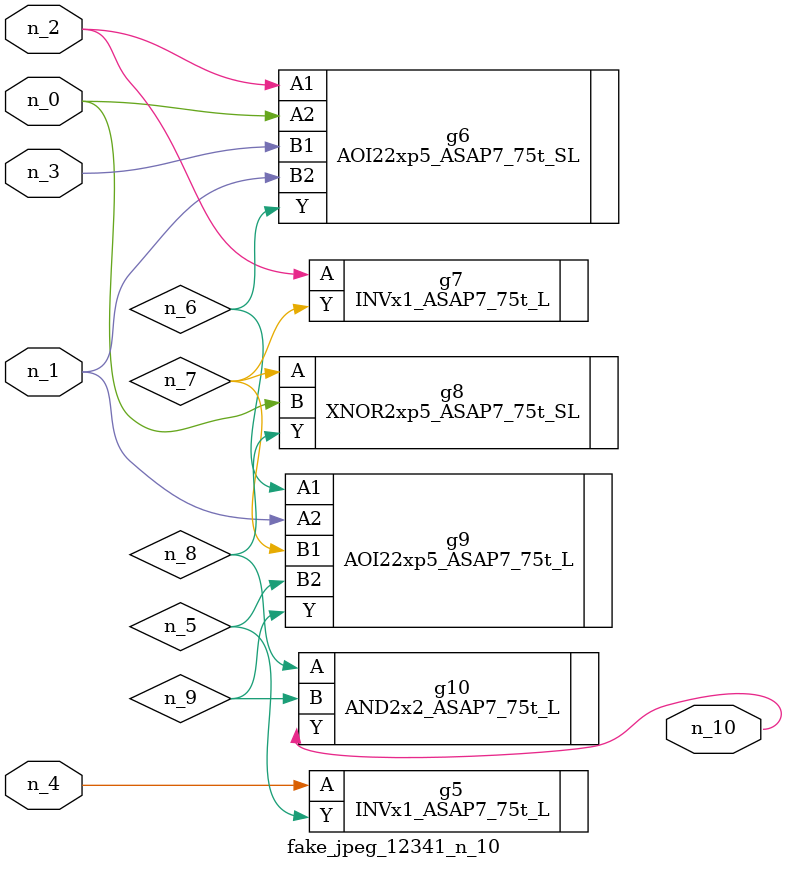
<source format=v>
module fake_jpeg_12341_n_10 (n_3, n_2, n_1, n_0, n_4, n_10);

input n_3;
input n_2;
input n_1;
input n_0;
input n_4;

output n_10;

wire n_8;
wire n_9;
wire n_6;
wire n_5;
wire n_7;

INVx1_ASAP7_75t_L g5 ( 
.A(n_4),
.Y(n_5)
);

AOI22xp5_ASAP7_75t_SL g6 ( 
.A1(n_2),
.A2(n_0),
.B1(n_3),
.B2(n_1),
.Y(n_6)
);

INVx1_ASAP7_75t_L g7 ( 
.A(n_2),
.Y(n_7)
);

XNOR2xp5_ASAP7_75t_SL g8 ( 
.A(n_7),
.B(n_0),
.Y(n_8)
);

AND2x2_ASAP7_75t_L g10 ( 
.A(n_8),
.B(n_9),
.Y(n_10)
);

AOI22xp5_ASAP7_75t_L g9 ( 
.A1(n_6),
.A2(n_1),
.B1(n_7),
.B2(n_5),
.Y(n_9)
);


endmodule
</source>
